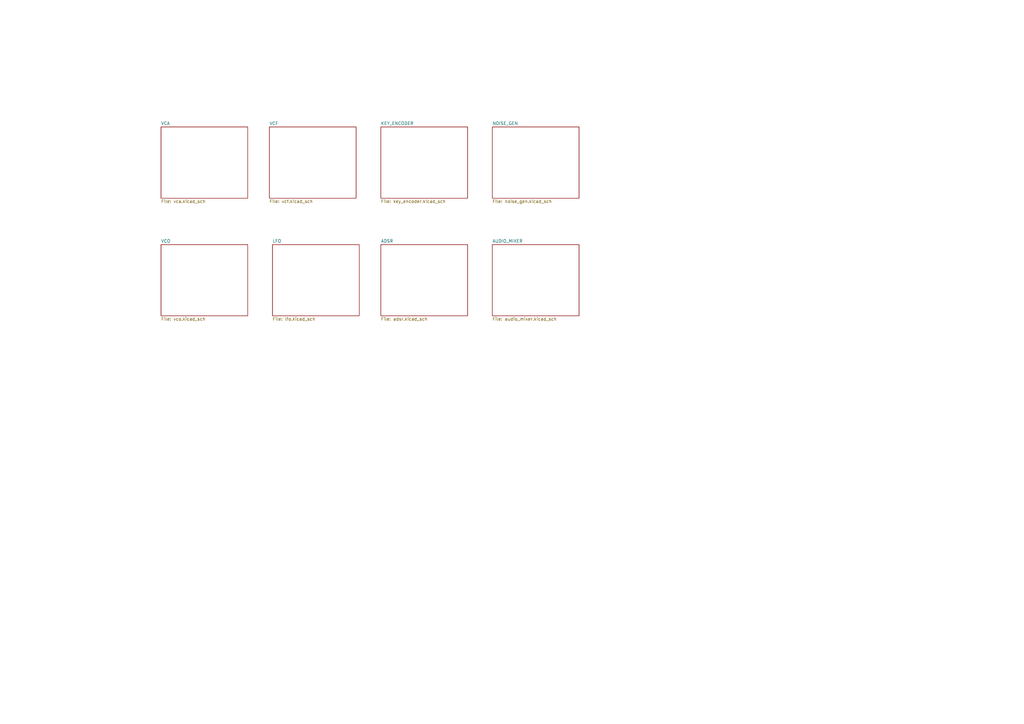
<source format=kicad_sch>
(kicad_sch
	(version 20250114)
	(generator "eeschema")
	(generator_version "9.0")
	(uuid "ce123c18-2cf1-4c4e-87f3-498e0feabd95")
	(paper "A3")
	(title_block
		(title "Analog Modular synthetizer")
		(date "2025-07-17")
		(rev "0.1")
		(company "Maurizio Galli")
		(comment 1 "Progetto iniziato fine anni 70")
	)
	(lib_symbols)
	(sheet
		(at 111.76 100.33)
		(size 35.56 29.21)
		(exclude_from_sim no)
		(in_bom yes)
		(on_board yes)
		(dnp no)
		(fields_autoplaced yes)
		(stroke
			(width 0.1524)
			(type solid)
		)
		(fill
			(color 0 0 0 0.0000)
		)
		(uuid "1c2ac141-0f55-42c8-b55a-9e553530079a")
		(property "Sheetname" "LFO"
			(at 111.76 99.6184 0)
			(effects
				(font
					(size 1.27 1.27)
				)
				(justify left bottom)
			)
		)
		(property "Sheetfile" "lfo.kicad_sch"
			(at 111.76 130.1246 0)
			(effects
				(font
					(size 1.27 1.27)
				)
				(justify left top)
			)
		)
		(instances
			(project "analog_synth"
				(path "/ce123c18-2cf1-4c4e-87f3-498e0feabd95"
					(page "5")
				)
			)
		)
	)
	(sheet
		(at 66.04 100.33)
		(size 35.56 29.21)
		(exclude_from_sim no)
		(in_bom yes)
		(on_board yes)
		(dnp no)
		(fields_autoplaced yes)
		(stroke
			(width 0.1524)
			(type solid)
		)
		(fill
			(color 0 0 0 0.0000)
		)
		(uuid "292b4176-1e17-410d-b622-09d3177a6f84")
		(property "Sheetname" "VCO"
			(at 66.04 99.6184 0)
			(effects
				(font
					(size 1.27 1.27)
				)
				(justify left bottom)
			)
		)
		(property "Sheetfile" "vco.kicad_sch"
			(at 66.04 130.1246 0)
			(effects
				(font
					(size 1.27 1.27)
				)
				(justify left top)
			)
		)
		(instances
			(project "analog_synth"
				(path "/ce123c18-2cf1-4c4e-87f3-498e0feabd95"
					(page "4")
				)
			)
		)
	)
	(sheet
		(at 201.93 100.33)
		(size 35.56 29.21)
		(exclude_from_sim no)
		(in_bom yes)
		(on_board yes)
		(dnp no)
		(fields_autoplaced yes)
		(stroke
			(width 0.1524)
			(type solid)
		)
		(fill
			(color 0 0 0 0.0000)
		)
		(uuid "34f9e119-8868-4596-ad40-103bc7f3c31c")
		(property "Sheetname" "AUDIO_MIXER"
			(at 201.93 99.6184 0)
			(effects
				(font
					(size 1.27 1.27)
				)
				(justify left bottom)
			)
		)
		(property "Sheetfile" "audio_mixer.kicad_sch"
			(at 201.93 130.1246 0)
			(effects
				(font
					(size 1.27 1.27)
				)
				(justify left top)
			)
		)
		(instances
			(project "analog_synth"
				(path "/ce123c18-2cf1-4c4e-87f3-498e0feabd95"
					(page "9")
				)
			)
		)
	)
	(sheet
		(at 201.93 52.07)
		(size 35.56 29.21)
		(exclude_from_sim no)
		(in_bom yes)
		(on_board yes)
		(dnp no)
		(fields_autoplaced yes)
		(stroke
			(width 0.1524)
			(type solid)
		)
		(fill
			(color 0 0 0 0.0000)
		)
		(uuid "351cafb4-ea11-4f31-8774-be6d12979f0d")
		(property "Sheetname" "NOISE_GEN"
			(at 201.93 51.3584 0)
			(effects
				(font
					(size 1.27 1.27)
				)
				(justify left bottom)
			)
		)
		(property "Sheetfile" "noise_gen.kicad_sch"
			(at 201.93 81.8646 0)
			(effects
				(font
					(size 1.27 1.27)
				)
				(justify left top)
			)
		)
		(instances
			(project "analog_synth"
				(path "/ce123c18-2cf1-4c4e-87f3-498e0feabd95"
					(page "8")
				)
			)
		)
	)
	(sheet
		(at 110.49 52.07)
		(size 35.56 29.21)
		(exclude_from_sim no)
		(in_bom yes)
		(on_board yes)
		(dnp no)
		(fields_autoplaced yes)
		(stroke
			(width 0.1524)
			(type solid)
		)
		(fill
			(color 0 0 0 0.0000)
		)
		(uuid "3b667bbc-cd14-4848-b89b-2f70a2bfcac1")
		(property "Sheetname" "VCF"
			(at 110.49 51.3584 0)
			(effects
				(font
					(size 1.27 1.27)
				)
				(justify left bottom)
			)
		)
		(property "Sheetfile" "vcf.kicad_sch"
			(at 110.49 81.8646 0)
			(effects
				(font
					(size 1.27 1.27)
				)
				(justify left top)
			)
		)
		(instances
			(project "analog_synth"
				(path "/ce123c18-2cf1-4c4e-87f3-498e0feabd95"
					(page "3")
				)
			)
		)
	)
	(sheet
		(at 156.21 100.33)
		(size 35.56 29.21)
		(exclude_from_sim no)
		(in_bom yes)
		(on_board yes)
		(dnp no)
		(fields_autoplaced yes)
		(stroke
			(width 0.1524)
			(type solid)
		)
		(fill
			(color 0 0 0 0.0000)
		)
		(uuid "4cfd53b1-76e0-4b61-920e-b174b0d94c55")
		(property "Sheetname" "ADSR"
			(at 156.21 99.6184 0)
			(effects
				(font
					(size 1.27 1.27)
				)
				(justify left bottom)
			)
		)
		(property "Sheetfile" "adsr.kicad_sch"
			(at 156.21 130.1246 0)
			(effects
				(font
					(size 1.27 1.27)
				)
				(justify left top)
			)
		)
		(instances
			(project "analog_synth"
				(path "/ce123c18-2cf1-4c4e-87f3-498e0feabd95"
					(page "6")
				)
			)
		)
	)
	(sheet
		(at 66.04 52.07)
		(size 35.56 29.21)
		(exclude_from_sim no)
		(in_bom yes)
		(on_board yes)
		(dnp no)
		(fields_autoplaced yes)
		(stroke
			(width 0.1524)
			(type solid)
		)
		(fill
			(color 0 0 0 0.0000)
		)
		(uuid "69f442a9-6ebc-48c8-a507-50c6570f3981")
		(property "Sheetname" "VCA"
			(at 66.04 51.3584 0)
			(effects
				(font
					(size 1.27 1.27)
				)
				(justify left bottom)
			)
		)
		(property "Sheetfile" "vca.kicad_sch"
			(at 66.04 81.8646 0)
			(effects
				(font
					(size 1.27 1.27)
				)
				(justify left top)
			)
		)
		(instances
			(project "analog_synth"
				(path "/ce123c18-2cf1-4c4e-87f3-498e0feabd95"
					(page "2")
				)
			)
		)
	)
	(sheet
		(at 156.21 52.07)
		(size 35.56 29.21)
		(exclude_from_sim no)
		(in_bom yes)
		(on_board yes)
		(dnp no)
		(fields_autoplaced yes)
		(stroke
			(width 0.1524)
			(type solid)
		)
		(fill
			(color 0 0 0 0.0000)
		)
		(uuid "9be46589-5fdd-4310-8ede-194c9d1d0390")
		(property "Sheetname" "KEY_ENCODER"
			(at 156.21 51.3584 0)
			(effects
				(font
					(size 1.27 1.27)
				)
				(justify left bottom)
			)
		)
		(property "Sheetfile" "key_encoder.kicad_sch"
			(at 156.21 81.8646 0)
			(effects
				(font
					(size 1.27 1.27)
				)
				(justify left top)
			)
		)
		(instances
			(project "analog_synth"
				(path "/ce123c18-2cf1-4c4e-87f3-498e0feabd95"
					(page "7")
				)
			)
		)
	)
	(sheet_instances
		(path "/"
			(page "1")
		)
	)
	(embedded_fonts no)
)

</source>
